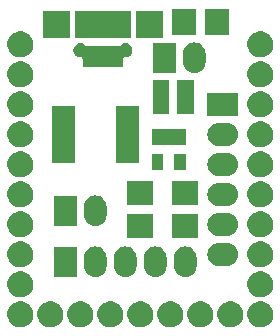
<source format=gbr>
G04 #@! TF.FileFunction,Soldermask,Top*
%FSLAX46Y46*%
G04 Gerber Fmt 4.6, Leading zero omitted, Abs format (unit mm)*
G04 Created by KiCad (PCBNEW 0.201512051503+6347~38~ubuntu14.04.1-stable) date Sun 13 Dec 2015 13:51:11 CET*
%MOMM*%
G01*
G04 APERTURE LIST*
%ADD10C,0.100000*%
G04 APERTURE END LIST*
D10*
G36*
X138545538Y-114470726D02*
X138756852Y-114514103D01*
X138955721Y-114597699D01*
X139134563Y-114718330D01*
X139286569Y-114871401D01*
X139405948Y-115051080D01*
X139488153Y-115250525D01*
X139529848Y-115461101D01*
X139529848Y-115461132D01*
X139530047Y-115462139D01*
X139526606Y-115708534D01*
X139526380Y-115709531D01*
X139526379Y-115709567D01*
X139478821Y-115918891D01*
X139391077Y-116115969D01*
X139266728Y-116292245D01*
X139110506Y-116441012D01*
X138928369Y-116556600D01*
X138727243Y-116634611D01*
X138514800Y-116672071D01*
X138299126Y-116667553D01*
X138088434Y-116621230D01*
X137890758Y-116534867D01*
X137713613Y-116411749D01*
X137563760Y-116256571D01*
X137446902Y-116075243D01*
X137367491Y-115874673D01*
X137328547Y-115662488D01*
X137331560Y-115446792D01*
X137376412Y-115235780D01*
X137461392Y-115037505D01*
X137583269Y-114859508D01*
X137737396Y-114708576D01*
X137917904Y-114590455D01*
X138117922Y-114509643D01*
X138329823Y-114469220D01*
X138545538Y-114470726D01*
X138545538Y-114470726D01*
G37*
G36*
X141085538Y-114470726D02*
X141296852Y-114514103D01*
X141495721Y-114597699D01*
X141674563Y-114718330D01*
X141826569Y-114871401D01*
X141945948Y-115051080D01*
X142028153Y-115250525D01*
X142069848Y-115461101D01*
X142069848Y-115461132D01*
X142070047Y-115462139D01*
X142066606Y-115708534D01*
X142066380Y-115709531D01*
X142066379Y-115709567D01*
X142018821Y-115918891D01*
X141931077Y-116115969D01*
X141806728Y-116292245D01*
X141650506Y-116441012D01*
X141468369Y-116556600D01*
X141267243Y-116634611D01*
X141054800Y-116672071D01*
X140839126Y-116667553D01*
X140628434Y-116621230D01*
X140430758Y-116534867D01*
X140253613Y-116411749D01*
X140103760Y-116256571D01*
X139986902Y-116075243D01*
X139907491Y-115874673D01*
X139868547Y-115662488D01*
X139871560Y-115446792D01*
X139916412Y-115235780D01*
X140001392Y-115037505D01*
X140123269Y-114859508D01*
X140277396Y-114708576D01*
X140457904Y-114590455D01*
X140657922Y-114509643D01*
X140869823Y-114469220D01*
X141085538Y-114470726D01*
X141085538Y-114470726D01*
G37*
G36*
X143625538Y-114470726D02*
X143836852Y-114514103D01*
X144035721Y-114597699D01*
X144214563Y-114718330D01*
X144366569Y-114871401D01*
X144485948Y-115051080D01*
X144568153Y-115250525D01*
X144609848Y-115461101D01*
X144609848Y-115461132D01*
X144610047Y-115462139D01*
X144606606Y-115708534D01*
X144606380Y-115709531D01*
X144606379Y-115709567D01*
X144558821Y-115918891D01*
X144471077Y-116115969D01*
X144346728Y-116292245D01*
X144190506Y-116441012D01*
X144008369Y-116556600D01*
X143807243Y-116634611D01*
X143594800Y-116672071D01*
X143379126Y-116667553D01*
X143168434Y-116621230D01*
X142970758Y-116534867D01*
X142793613Y-116411749D01*
X142643760Y-116256571D01*
X142526902Y-116075243D01*
X142447491Y-115874673D01*
X142408547Y-115662488D01*
X142411560Y-115446792D01*
X142456412Y-115235780D01*
X142541392Y-115037505D01*
X142663269Y-114859508D01*
X142817396Y-114708576D01*
X142997904Y-114590455D01*
X143197922Y-114509643D01*
X143409823Y-114469220D01*
X143625538Y-114470726D01*
X143625538Y-114470726D01*
G37*
G36*
X146165538Y-114470726D02*
X146376852Y-114514103D01*
X146575721Y-114597699D01*
X146754563Y-114718330D01*
X146906569Y-114871401D01*
X147025948Y-115051080D01*
X147108153Y-115250525D01*
X147149848Y-115461101D01*
X147149848Y-115461132D01*
X147150047Y-115462139D01*
X147146606Y-115708534D01*
X147146380Y-115709531D01*
X147146379Y-115709567D01*
X147098821Y-115918891D01*
X147011077Y-116115969D01*
X146886728Y-116292245D01*
X146730506Y-116441012D01*
X146548369Y-116556600D01*
X146347243Y-116634611D01*
X146134800Y-116672071D01*
X145919126Y-116667553D01*
X145708434Y-116621230D01*
X145510758Y-116534867D01*
X145333613Y-116411749D01*
X145183760Y-116256571D01*
X145066902Y-116075243D01*
X144987491Y-115874673D01*
X144948547Y-115662488D01*
X144951560Y-115446792D01*
X144996412Y-115235780D01*
X145081392Y-115037505D01*
X145203269Y-114859508D01*
X145357396Y-114708576D01*
X145537904Y-114590455D01*
X145737922Y-114509643D01*
X145949823Y-114469220D01*
X146165538Y-114470726D01*
X146165538Y-114470726D01*
G37*
G36*
X148705538Y-114470726D02*
X148916852Y-114514103D01*
X149115721Y-114597699D01*
X149294563Y-114718330D01*
X149446569Y-114871401D01*
X149565948Y-115051080D01*
X149648153Y-115250525D01*
X149689848Y-115461101D01*
X149689848Y-115461132D01*
X149690047Y-115462139D01*
X149686606Y-115708534D01*
X149686380Y-115709531D01*
X149686379Y-115709567D01*
X149638821Y-115918891D01*
X149551077Y-116115969D01*
X149426728Y-116292245D01*
X149270506Y-116441012D01*
X149088369Y-116556600D01*
X148887243Y-116634611D01*
X148674800Y-116672071D01*
X148459126Y-116667553D01*
X148248434Y-116621230D01*
X148050758Y-116534867D01*
X147873613Y-116411749D01*
X147723760Y-116256571D01*
X147606902Y-116075243D01*
X147527491Y-115874673D01*
X147488547Y-115662488D01*
X147491560Y-115446792D01*
X147536412Y-115235780D01*
X147621392Y-115037505D01*
X147743269Y-114859508D01*
X147897396Y-114708576D01*
X148077904Y-114590455D01*
X148277922Y-114509643D01*
X148489823Y-114469220D01*
X148705538Y-114470726D01*
X148705538Y-114470726D01*
G37*
G36*
X153785538Y-114470726D02*
X153996852Y-114514103D01*
X154195721Y-114597699D01*
X154374563Y-114718330D01*
X154526569Y-114871401D01*
X154645948Y-115051080D01*
X154728153Y-115250525D01*
X154769848Y-115461101D01*
X154769848Y-115461132D01*
X154770047Y-115462139D01*
X154766606Y-115708534D01*
X154766380Y-115709531D01*
X154766379Y-115709567D01*
X154718821Y-115918891D01*
X154631077Y-116115969D01*
X154506728Y-116292245D01*
X154350506Y-116441012D01*
X154168369Y-116556600D01*
X153967243Y-116634611D01*
X153754800Y-116672071D01*
X153539126Y-116667553D01*
X153328434Y-116621230D01*
X153130758Y-116534867D01*
X152953613Y-116411749D01*
X152803760Y-116256571D01*
X152686902Y-116075243D01*
X152607491Y-115874673D01*
X152568547Y-115662488D01*
X152571560Y-115446792D01*
X152616412Y-115235780D01*
X152701392Y-115037505D01*
X152823269Y-114859508D01*
X152977396Y-114708576D01*
X153157904Y-114590455D01*
X153357922Y-114509643D01*
X153569823Y-114469220D01*
X153785538Y-114470726D01*
X153785538Y-114470726D01*
G37*
G36*
X156325538Y-114470726D02*
X156536852Y-114514103D01*
X156735721Y-114597699D01*
X156914563Y-114718330D01*
X157066569Y-114871401D01*
X157185948Y-115051080D01*
X157268153Y-115250525D01*
X157309848Y-115461101D01*
X157309848Y-115461132D01*
X157310047Y-115462139D01*
X157306606Y-115708534D01*
X157306380Y-115709531D01*
X157306379Y-115709567D01*
X157258821Y-115918891D01*
X157171077Y-116115969D01*
X157046728Y-116292245D01*
X156890506Y-116441012D01*
X156708369Y-116556600D01*
X156507243Y-116634611D01*
X156294800Y-116672071D01*
X156079126Y-116667553D01*
X155868434Y-116621230D01*
X155670758Y-116534867D01*
X155493613Y-116411749D01*
X155343760Y-116256571D01*
X155226902Y-116075243D01*
X155147491Y-115874673D01*
X155108547Y-115662488D01*
X155111560Y-115446792D01*
X155156412Y-115235780D01*
X155241392Y-115037505D01*
X155363269Y-114859508D01*
X155517396Y-114708576D01*
X155697904Y-114590455D01*
X155897922Y-114509643D01*
X156109823Y-114469220D01*
X156325538Y-114470726D01*
X156325538Y-114470726D01*
G37*
G36*
X158865538Y-114470726D02*
X159076852Y-114514103D01*
X159275721Y-114597699D01*
X159454563Y-114718330D01*
X159606569Y-114871401D01*
X159725948Y-115051080D01*
X159808153Y-115250525D01*
X159849848Y-115461101D01*
X159849848Y-115461132D01*
X159850047Y-115462139D01*
X159846606Y-115708534D01*
X159846380Y-115709531D01*
X159846379Y-115709567D01*
X159798821Y-115918891D01*
X159711077Y-116115969D01*
X159586728Y-116292245D01*
X159430506Y-116441012D01*
X159248369Y-116556600D01*
X159047243Y-116634611D01*
X158834800Y-116672071D01*
X158619126Y-116667553D01*
X158408434Y-116621230D01*
X158210758Y-116534867D01*
X158033613Y-116411749D01*
X157883760Y-116256571D01*
X157766902Y-116075243D01*
X157687491Y-115874673D01*
X157648547Y-115662488D01*
X157651560Y-115446792D01*
X157696412Y-115235780D01*
X157781392Y-115037505D01*
X157903269Y-114859508D01*
X158057396Y-114708576D01*
X158237904Y-114590455D01*
X158437922Y-114509643D01*
X158649823Y-114469220D01*
X158865538Y-114470726D01*
X158865538Y-114470726D01*
G37*
G36*
X151245538Y-114470726D02*
X151456852Y-114514103D01*
X151655721Y-114597699D01*
X151834563Y-114718330D01*
X151986569Y-114871401D01*
X152105948Y-115051080D01*
X152188153Y-115250525D01*
X152229848Y-115461101D01*
X152229848Y-115461132D01*
X152230047Y-115462139D01*
X152226606Y-115708534D01*
X152226380Y-115709531D01*
X152226379Y-115709567D01*
X152178821Y-115918891D01*
X152091077Y-116115969D01*
X151966728Y-116292245D01*
X151810506Y-116441012D01*
X151628369Y-116556600D01*
X151427243Y-116634611D01*
X151214800Y-116672071D01*
X150999126Y-116667553D01*
X150788434Y-116621230D01*
X150590758Y-116534867D01*
X150413613Y-116411749D01*
X150263760Y-116256571D01*
X150146902Y-116075243D01*
X150067491Y-115874673D01*
X150028547Y-115662488D01*
X150031560Y-115446792D01*
X150076412Y-115235780D01*
X150161392Y-115037505D01*
X150283269Y-114859508D01*
X150437396Y-114708576D01*
X150617904Y-114590455D01*
X150817922Y-114509643D01*
X151029823Y-114469220D01*
X151245538Y-114470726D01*
X151245538Y-114470726D01*
G37*
G36*
X158865538Y-111930726D02*
X159076852Y-111974103D01*
X159275721Y-112057699D01*
X159454563Y-112178330D01*
X159606569Y-112331401D01*
X159725948Y-112511080D01*
X159808153Y-112710525D01*
X159849848Y-112921101D01*
X159849848Y-112921132D01*
X159850047Y-112922139D01*
X159846606Y-113168534D01*
X159846380Y-113169531D01*
X159846379Y-113169567D01*
X159798821Y-113378891D01*
X159711077Y-113575969D01*
X159586728Y-113752245D01*
X159430506Y-113901012D01*
X159248369Y-114016600D01*
X159047243Y-114094611D01*
X158834800Y-114132071D01*
X158619126Y-114127553D01*
X158408434Y-114081230D01*
X158210758Y-113994867D01*
X158033613Y-113871749D01*
X157883760Y-113716571D01*
X157766902Y-113535243D01*
X157687491Y-113334673D01*
X157648547Y-113122488D01*
X157651560Y-112906792D01*
X157696412Y-112695780D01*
X157781392Y-112497505D01*
X157903269Y-112319508D01*
X158057396Y-112168576D01*
X158237904Y-112050455D01*
X158437922Y-111969643D01*
X158649823Y-111929220D01*
X158865538Y-111930726D01*
X158865538Y-111930726D01*
G37*
G36*
X138545538Y-111930726D02*
X138756852Y-111974103D01*
X138955721Y-112057699D01*
X139134563Y-112178330D01*
X139286569Y-112331401D01*
X139405948Y-112511080D01*
X139488153Y-112710525D01*
X139529848Y-112921101D01*
X139529848Y-112921132D01*
X139530047Y-112922139D01*
X139526606Y-113168534D01*
X139526380Y-113169531D01*
X139526379Y-113169567D01*
X139478821Y-113378891D01*
X139391077Y-113575969D01*
X139266728Y-113752245D01*
X139110506Y-113901012D01*
X138928369Y-114016600D01*
X138727243Y-114094611D01*
X138514800Y-114132071D01*
X138299126Y-114127553D01*
X138088434Y-114081230D01*
X137890758Y-113994867D01*
X137713613Y-113871749D01*
X137563760Y-113716571D01*
X137446902Y-113535243D01*
X137367491Y-113334673D01*
X137328547Y-113122488D01*
X137331560Y-112906792D01*
X137376412Y-112695780D01*
X137461392Y-112497505D01*
X137583269Y-112319508D01*
X137737396Y-112168576D01*
X137917904Y-112050455D01*
X138117922Y-111969643D01*
X138329823Y-111929220D01*
X138545538Y-111930726D01*
X138545538Y-111930726D01*
G37*
G36*
X152593290Y-109838517D02*
X152593327Y-109838528D01*
X152593437Y-109838540D01*
X152772790Y-109894059D01*
X152937944Y-109983357D01*
X153082607Y-110103033D01*
X153201270Y-110248528D01*
X153289413Y-110414301D01*
X153343679Y-110594038D01*
X153362000Y-110780891D01*
X153362000Y-111469367D01*
X153361951Y-111476452D01*
X153361948Y-111476475D01*
X153361906Y-111482541D01*
X153340978Y-111669120D01*
X153284208Y-111848081D01*
X153193759Y-112012607D01*
X153073076Y-112156432D01*
X152926756Y-112274076D01*
X152760372Y-112361060D01*
X152580261Y-112414069D01*
X152580162Y-112414078D01*
X152580128Y-112414088D01*
X152393286Y-112431092D01*
X152206710Y-112411483D01*
X152206673Y-112411472D01*
X152206563Y-112411460D01*
X152027210Y-112355941D01*
X151862056Y-112266643D01*
X151717393Y-112146967D01*
X151598730Y-112001472D01*
X151510587Y-111835699D01*
X151456321Y-111655962D01*
X151438000Y-111469109D01*
X151438000Y-110780633D01*
X151438049Y-110773548D01*
X151438052Y-110773525D01*
X151438094Y-110767459D01*
X151459022Y-110580880D01*
X151515792Y-110401919D01*
X151606241Y-110237393D01*
X151726924Y-110093568D01*
X151873244Y-109975924D01*
X152039628Y-109888940D01*
X152219739Y-109835931D01*
X152219838Y-109835922D01*
X152219872Y-109835912D01*
X152406714Y-109818908D01*
X152593290Y-109838517D01*
X152593290Y-109838517D01*
G37*
G36*
X150053290Y-109838517D02*
X150053327Y-109838528D01*
X150053437Y-109838540D01*
X150232790Y-109894059D01*
X150397944Y-109983357D01*
X150542607Y-110103033D01*
X150661270Y-110248528D01*
X150749413Y-110414301D01*
X150803679Y-110594038D01*
X150822000Y-110780891D01*
X150822000Y-111469367D01*
X150821951Y-111476452D01*
X150821948Y-111476475D01*
X150821906Y-111482541D01*
X150800978Y-111669120D01*
X150744208Y-111848081D01*
X150653759Y-112012607D01*
X150533076Y-112156432D01*
X150386756Y-112274076D01*
X150220372Y-112361060D01*
X150040261Y-112414069D01*
X150040162Y-112414078D01*
X150040128Y-112414088D01*
X149853286Y-112431092D01*
X149666710Y-112411483D01*
X149666673Y-112411472D01*
X149666563Y-112411460D01*
X149487210Y-112355941D01*
X149322056Y-112266643D01*
X149177393Y-112146967D01*
X149058730Y-112001472D01*
X148970587Y-111835699D01*
X148916321Y-111655962D01*
X148898000Y-111469109D01*
X148898000Y-110780633D01*
X148898049Y-110773548D01*
X148898052Y-110773525D01*
X148898094Y-110767459D01*
X148919022Y-110580880D01*
X148975792Y-110401919D01*
X149066241Y-110237393D01*
X149186924Y-110093568D01*
X149333244Y-109975924D01*
X149499628Y-109888940D01*
X149679739Y-109835931D01*
X149679838Y-109835922D01*
X149679872Y-109835912D01*
X149866714Y-109818908D01*
X150053290Y-109838517D01*
X150053290Y-109838517D01*
G37*
G36*
X147513290Y-109838517D02*
X147513327Y-109838528D01*
X147513437Y-109838540D01*
X147692790Y-109894059D01*
X147857944Y-109983357D01*
X148002607Y-110103033D01*
X148121270Y-110248528D01*
X148209413Y-110414301D01*
X148263679Y-110594038D01*
X148282000Y-110780891D01*
X148282000Y-111469367D01*
X148281951Y-111476452D01*
X148281948Y-111476475D01*
X148281906Y-111482541D01*
X148260978Y-111669120D01*
X148204208Y-111848081D01*
X148113759Y-112012607D01*
X147993076Y-112156432D01*
X147846756Y-112274076D01*
X147680372Y-112361060D01*
X147500261Y-112414069D01*
X147500162Y-112414078D01*
X147500128Y-112414088D01*
X147313286Y-112431092D01*
X147126710Y-112411483D01*
X147126673Y-112411472D01*
X147126563Y-112411460D01*
X146947210Y-112355941D01*
X146782056Y-112266643D01*
X146637393Y-112146967D01*
X146518730Y-112001472D01*
X146430587Y-111835699D01*
X146376321Y-111655962D01*
X146358000Y-111469109D01*
X146358000Y-110780633D01*
X146358049Y-110773548D01*
X146358052Y-110773525D01*
X146358094Y-110767459D01*
X146379022Y-110580880D01*
X146435792Y-110401919D01*
X146526241Y-110237393D01*
X146646924Y-110093568D01*
X146793244Y-109975924D01*
X146959628Y-109888940D01*
X147139739Y-109835931D01*
X147139838Y-109835922D01*
X147139872Y-109835912D01*
X147326714Y-109818908D01*
X147513290Y-109838517D01*
X147513290Y-109838517D01*
G37*
G36*
X144973290Y-109838517D02*
X144973327Y-109838528D01*
X144973437Y-109838540D01*
X145152790Y-109894059D01*
X145317944Y-109983357D01*
X145462607Y-110103033D01*
X145581270Y-110248528D01*
X145669413Y-110414301D01*
X145723679Y-110594038D01*
X145742000Y-110780891D01*
X145742000Y-111469367D01*
X145741951Y-111476452D01*
X145741948Y-111476475D01*
X145741906Y-111482541D01*
X145720978Y-111669120D01*
X145664208Y-111848081D01*
X145573759Y-112012607D01*
X145453076Y-112156432D01*
X145306756Y-112274076D01*
X145140372Y-112361060D01*
X144960261Y-112414069D01*
X144960162Y-112414078D01*
X144960128Y-112414088D01*
X144773286Y-112431092D01*
X144586710Y-112411483D01*
X144586673Y-112411472D01*
X144586563Y-112411460D01*
X144407210Y-112355941D01*
X144242056Y-112266643D01*
X144097393Y-112146967D01*
X143978730Y-112001472D01*
X143890587Y-111835699D01*
X143836321Y-111655962D01*
X143818000Y-111469109D01*
X143818000Y-110780633D01*
X143818049Y-110773548D01*
X143818052Y-110773525D01*
X143818094Y-110767459D01*
X143839022Y-110580880D01*
X143895792Y-110401919D01*
X143986241Y-110237393D01*
X144106924Y-110093568D01*
X144253244Y-109975924D01*
X144419628Y-109888940D01*
X144599739Y-109835931D01*
X144599838Y-109835922D01*
X144599872Y-109835912D01*
X144786714Y-109818908D01*
X144973290Y-109838517D01*
X144973290Y-109838517D01*
G37*
G36*
X143202000Y-112424820D02*
X141278000Y-112424820D01*
X141278000Y-109825180D01*
X143202000Y-109825180D01*
X143202000Y-112424820D01*
X143202000Y-112424820D01*
G37*
G36*
X158865538Y-109390726D02*
X159076852Y-109434103D01*
X159275721Y-109517699D01*
X159454563Y-109638330D01*
X159606569Y-109791401D01*
X159725948Y-109971080D01*
X159808153Y-110170525D01*
X159849848Y-110381101D01*
X159849848Y-110381132D01*
X159850047Y-110382139D01*
X159846606Y-110628534D01*
X159846380Y-110629531D01*
X159846379Y-110629567D01*
X159798821Y-110838891D01*
X159711077Y-111035969D01*
X159586728Y-111212245D01*
X159430506Y-111361012D01*
X159248369Y-111476600D01*
X159047243Y-111554611D01*
X158834800Y-111592071D01*
X158619126Y-111587553D01*
X158408434Y-111541230D01*
X158210758Y-111454867D01*
X158033613Y-111331749D01*
X157883760Y-111176571D01*
X157766902Y-110995243D01*
X157687491Y-110794673D01*
X157648547Y-110582488D01*
X157651560Y-110366792D01*
X157696412Y-110155780D01*
X157781392Y-109957505D01*
X157903269Y-109779508D01*
X158057396Y-109628576D01*
X158237904Y-109510455D01*
X158437922Y-109429643D01*
X158649823Y-109389220D01*
X158865538Y-109390726D01*
X158865538Y-109390726D01*
G37*
G36*
X138545538Y-109390726D02*
X138756852Y-109434103D01*
X138955721Y-109517699D01*
X139134563Y-109638330D01*
X139286569Y-109791401D01*
X139405948Y-109971080D01*
X139488153Y-110170525D01*
X139529848Y-110381101D01*
X139529848Y-110381132D01*
X139530047Y-110382139D01*
X139526606Y-110628534D01*
X139526380Y-110629531D01*
X139526379Y-110629567D01*
X139478821Y-110838891D01*
X139391077Y-111035969D01*
X139266728Y-111212245D01*
X139110506Y-111361012D01*
X138928369Y-111476600D01*
X138727243Y-111554611D01*
X138514800Y-111592071D01*
X138299126Y-111587553D01*
X138088434Y-111541230D01*
X137890758Y-111454867D01*
X137713613Y-111331749D01*
X137563760Y-111176571D01*
X137446902Y-110995243D01*
X137367491Y-110794673D01*
X137328547Y-110582488D01*
X137331560Y-110366792D01*
X137376412Y-110155780D01*
X137461392Y-109957505D01*
X137583269Y-109779508D01*
X137737396Y-109628576D01*
X137917904Y-109510455D01*
X138117922Y-109429643D01*
X138329823Y-109389220D01*
X138545538Y-109390726D01*
X138545538Y-109390726D01*
G37*
G36*
X155926452Y-109528049D02*
X155926475Y-109528052D01*
X155932541Y-109528094D01*
X156119120Y-109549022D01*
X156298081Y-109605792D01*
X156462607Y-109696241D01*
X156606432Y-109816924D01*
X156724076Y-109963244D01*
X156811060Y-110129628D01*
X156864069Y-110309739D01*
X156864078Y-110309838D01*
X156864088Y-110309872D01*
X156881092Y-110496714D01*
X156861483Y-110683290D01*
X156861472Y-110683327D01*
X156861460Y-110683437D01*
X156805941Y-110862790D01*
X156716643Y-111027944D01*
X156596967Y-111172607D01*
X156451472Y-111291270D01*
X156285699Y-111379413D01*
X156105962Y-111433679D01*
X155919109Y-111452000D01*
X155230633Y-111452000D01*
X155223548Y-111451951D01*
X155223525Y-111451948D01*
X155217459Y-111451906D01*
X155030880Y-111430978D01*
X154851919Y-111374208D01*
X154687393Y-111283759D01*
X154543568Y-111163076D01*
X154425924Y-111016756D01*
X154338940Y-110850372D01*
X154285931Y-110670261D01*
X154285922Y-110670162D01*
X154285912Y-110670128D01*
X154268908Y-110483286D01*
X154288517Y-110296710D01*
X154288528Y-110296673D01*
X154288540Y-110296563D01*
X154344059Y-110117210D01*
X154433357Y-109952056D01*
X154553033Y-109807393D01*
X154698528Y-109688730D01*
X154864301Y-109600587D01*
X155044038Y-109546321D01*
X155230891Y-109528000D01*
X155919367Y-109528000D01*
X155926452Y-109528049D01*
X155926452Y-109528049D01*
G37*
G36*
X153501700Y-109077100D02*
X151298300Y-109077100D01*
X151298300Y-107076900D01*
X153501700Y-107076900D01*
X153501700Y-109077100D01*
X153501700Y-109077100D01*
G37*
G36*
X149691700Y-109077100D02*
X147488300Y-109077100D01*
X147488300Y-107076900D01*
X149691700Y-107076900D01*
X149691700Y-109077100D01*
X149691700Y-109077100D01*
G37*
G36*
X158865538Y-106850726D02*
X159076852Y-106894103D01*
X159275721Y-106977699D01*
X159454563Y-107098330D01*
X159606569Y-107251401D01*
X159725948Y-107431080D01*
X159808153Y-107630525D01*
X159849848Y-107841101D01*
X159849848Y-107841132D01*
X159850047Y-107842139D01*
X159846606Y-108088534D01*
X159846380Y-108089531D01*
X159846379Y-108089567D01*
X159798821Y-108298891D01*
X159711077Y-108495969D01*
X159586728Y-108672245D01*
X159430506Y-108821012D01*
X159248369Y-108936600D01*
X159047243Y-109014611D01*
X158834800Y-109052071D01*
X158619126Y-109047553D01*
X158408434Y-109001230D01*
X158210758Y-108914867D01*
X158033613Y-108791749D01*
X157883760Y-108636571D01*
X157766902Y-108455243D01*
X157687491Y-108254673D01*
X157648547Y-108042488D01*
X157651560Y-107826792D01*
X157696412Y-107615780D01*
X157781392Y-107417505D01*
X157903269Y-107239508D01*
X158057396Y-107088576D01*
X158237904Y-106970455D01*
X158437922Y-106889643D01*
X158649823Y-106849220D01*
X158865538Y-106850726D01*
X158865538Y-106850726D01*
G37*
G36*
X138545538Y-106850726D02*
X138756852Y-106894103D01*
X138955721Y-106977699D01*
X139134563Y-107098330D01*
X139286569Y-107251401D01*
X139405948Y-107431080D01*
X139488153Y-107630525D01*
X139529848Y-107841101D01*
X139529848Y-107841132D01*
X139530047Y-107842139D01*
X139526606Y-108088534D01*
X139526380Y-108089531D01*
X139526379Y-108089567D01*
X139478821Y-108298891D01*
X139391077Y-108495969D01*
X139266728Y-108672245D01*
X139110506Y-108821012D01*
X138928369Y-108936600D01*
X138727243Y-109014611D01*
X138514800Y-109052071D01*
X138299126Y-109047553D01*
X138088434Y-109001230D01*
X137890758Y-108914867D01*
X137713613Y-108791749D01*
X137563760Y-108636571D01*
X137446902Y-108455243D01*
X137367491Y-108254673D01*
X137328547Y-108042488D01*
X137331560Y-107826792D01*
X137376412Y-107615780D01*
X137461392Y-107417505D01*
X137583269Y-107239508D01*
X137737396Y-107088576D01*
X137917904Y-106970455D01*
X138117922Y-106889643D01*
X138329823Y-106849220D01*
X138545538Y-106850726D01*
X138545538Y-106850726D01*
G37*
G36*
X155926452Y-106988049D02*
X155926475Y-106988052D01*
X155932541Y-106988094D01*
X156119120Y-107009022D01*
X156298081Y-107065792D01*
X156462607Y-107156241D01*
X156606432Y-107276924D01*
X156724076Y-107423244D01*
X156811060Y-107589628D01*
X156864069Y-107769739D01*
X156864078Y-107769838D01*
X156864088Y-107769872D01*
X156881092Y-107956714D01*
X156861483Y-108143290D01*
X156861472Y-108143327D01*
X156861460Y-108143437D01*
X156805941Y-108322790D01*
X156716643Y-108487944D01*
X156596967Y-108632607D01*
X156451472Y-108751270D01*
X156285699Y-108839413D01*
X156105962Y-108893679D01*
X155919109Y-108912000D01*
X155230633Y-108912000D01*
X155223548Y-108911951D01*
X155223525Y-108911948D01*
X155217459Y-108911906D01*
X155030880Y-108890978D01*
X154851919Y-108834208D01*
X154687393Y-108743759D01*
X154543568Y-108623076D01*
X154425924Y-108476756D01*
X154338940Y-108310372D01*
X154285931Y-108130261D01*
X154285922Y-108130162D01*
X154285912Y-108130128D01*
X154268908Y-107943286D01*
X154288517Y-107756710D01*
X154288528Y-107756673D01*
X154288540Y-107756563D01*
X154344059Y-107577210D01*
X154433357Y-107412056D01*
X154553033Y-107267393D01*
X154698528Y-107148730D01*
X154864301Y-107060587D01*
X155044038Y-107006321D01*
X155230891Y-106988000D01*
X155919367Y-106988000D01*
X155926452Y-106988049D01*
X155926452Y-106988049D01*
G37*
G36*
X144973290Y-105520517D02*
X144973327Y-105520528D01*
X144973437Y-105520540D01*
X145152790Y-105576059D01*
X145317944Y-105665357D01*
X145462607Y-105785033D01*
X145581270Y-105930528D01*
X145669413Y-106096301D01*
X145723679Y-106276038D01*
X145742000Y-106462891D01*
X145742000Y-107151367D01*
X145741951Y-107158452D01*
X145741948Y-107158475D01*
X145741906Y-107164541D01*
X145720978Y-107351120D01*
X145664208Y-107530081D01*
X145573759Y-107694607D01*
X145453076Y-107838432D01*
X145306756Y-107956076D01*
X145140372Y-108043060D01*
X144960261Y-108096069D01*
X144960162Y-108096078D01*
X144960128Y-108096088D01*
X144773286Y-108113092D01*
X144586710Y-108093483D01*
X144586673Y-108093472D01*
X144586563Y-108093460D01*
X144407210Y-108037941D01*
X144242056Y-107948643D01*
X144097393Y-107828967D01*
X143978730Y-107683472D01*
X143890587Y-107517699D01*
X143836321Y-107337962D01*
X143818000Y-107151109D01*
X143818000Y-106462633D01*
X143818049Y-106455548D01*
X143818052Y-106455525D01*
X143818094Y-106449459D01*
X143839022Y-106262880D01*
X143895792Y-106083919D01*
X143986241Y-105919393D01*
X144106924Y-105775568D01*
X144253244Y-105657924D01*
X144419628Y-105570940D01*
X144599739Y-105517931D01*
X144599838Y-105517922D01*
X144599872Y-105517912D01*
X144786714Y-105500908D01*
X144973290Y-105520517D01*
X144973290Y-105520517D01*
G37*
G36*
X143202000Y-108106820D02*
X141278000Y-108106820D01*
X141278000Y-105507180D01*
X143202000Y-105507180D01*
X143202000Y-108106820D01*
X143202000Y-108106820D01*
G37*
G36*
X138545538Y-104310726D02*
X138756852Y-104354103D01*
X138955721Y-104437699D01*
X139134563Y-104558330D01*
X139286569Y-104711401D01*
X139405948Y-104891080D01*
X139488153Y-105090525D01*
X139529848Y-105301101D01*
X139529848Y-105301132D01*
X139530047Y-105302139D01*
X139526606Y-105548534D01*
X139526380Y-105549531D01*
X139526379Y-105549567D01*
X139478821Y-105758891D01*
X139391077Y-105955969D01*
X139266728Y-106132245D01*
X139110506Y-106281012D01*
X138928369Y-106396600D01*
X138727243Y-106474611D01*
X138514800Y-106512071D01*
X138299126Y-106507553D01*
X138088434Y-106461230D01*
X137890758Y-106374867D01*
X137713613Y-106251749D01*
X137563760Y-106096571D01*
X137446902Y-105915243D01*
X137367491Y-105714673D01*
X137328547Y-105502488D01*
X137331560Y-105286792D01*
X137376412Y-105075780D01*
X137461392Y-104877505D01*
X137583269Y-104699508D01*
X137737396Y-104548576D01*
X137917904Y-104430455D01*
X138117922Y-104349643D01*
X138329823Y-104309220D01*
X138545538Y-104310726D01*
X138545538Y-104310726D01*
G37*
G36*
X158865538Y-104310726D02*
X159076852Y-104354103D01*
X159275721Y-104437699D01*
X159454563Y-104558330D01*
X159606569Y-104711401D01*
X159725948Y-104891080D01*
X159808153Y-105090525D01*
X159849848Y-105301101D01*
X159849848Y-105301132D01*
X159850047Y-105302139D01*
X159846606Y-105548534D01*
X159846380Y-105549531D01*
X159846379Y-105549567D01*
X159798821Y-105758891D01*
X159711077Y-105955969D01*
X159586728Y-106132245D01*
X159430506Y-106281012D01*
X159248369Y-106396600D01*
X159047243Y-106474611D01*
X158834800Y-106512071D01*
X158619126Y-106507553D01*
X158408434Y-106461230D01*
X158210758Y-106374867D01*
X158033613Y-106251749D01*
X157883760Y-106096571D01*
X157766902Y-105915243D01*
X157687491Y-105714673D01*
X157648547Y-105502488D01*
X157651560Y-105286792D01*
X157696412Y-105075780D01*
X157781392Y-104877505D01*
X157903269Y-104699508D01*
X158057396Y-104548576D01*
X158237904Y-104430455D01*
X158437922Y-104349643D01*
X158649823Y-104309220D01*
X158865538Y-104310726D01*
X158865538Y-104310726D01*
G37*
G36*
X155926452Y-104448049D02*
X155926475Y-104448052D01*
X155932541Y-104448094D01*
X156119120Y-104469022D01*
X156298081Y-104525792D01*
X156462607Y-104616241D01*
X156606432Y-104736924D01*
X156724076Y-104883244D01*
X156811060Y-105049628D01*
X156864069Y-105229739D01*
X156864078Y-105229838D01*
X156864088Y-105229872D01*
X156881092Y-105416714D01*
X156861483Y-105603290D01*
X156861472Y-105603327D01*
X156861460Y-105603437D01*
X156805941Y-105782790D01*
X156716643Y-105947944D01*
X156596967Y-106092607D01*
X156451472Y-106211270D01*
X156285699Y-106299413D01*
X156105962Y-106353679D01*
X155919109Y-106372000D01*
X155230633Y-106372000D01*
X155223548Y-106371951D01*
X155223525Y-106371948D01*
X155217459Y-106371906D01*
X155030880Y-106350978D01*
X154851919Y-106294208D01*
X154687393Y-106203759D01*
X154543568Y-106083076D01*
X154425924Y-105936756D01*
X154338940Y-105770372D01*
X154285931Y-105590261D01*
X154285922Y-105590162D01*
X154285912Y-105590128D01*
X154268908Y-105403286D01*
X154288517Y-105216710D01*
X154288528Y-105216673D01*
X154288540Y-105216563D01*
X154344059Y-105037210D01*
X154433357Y-104872056D01*
X154553033Y-104727393D01*
X154698528Y-104608730D01*
X154864301Y-104520587D01*
X155044038Y-104466321D01*
X155230891Y-104448000D01*
X155919367Y-104448000D01*
X155926452Y-104448049D01*
X155926452Y-104448049D01*
G37*
G36*
X149691700Y-106283100D02*
X147488300Y-106283100D01*
X147488300Y-104282900D01*
X149691700Y-104282900D01*
X149691700Y-106283100D01*
X149691700Y-106283100D01*
G37*
G36*
X153501700Y-106283100D02*
X151298300Y-106283100D01*
X151298300Y-104282900D01*
X153501700Y-104282900D01*
X153501700Y-106283100D01*
X153501700Y-106283100D01*
G37*
G36*
X158865538Y-101770726D02*
X159076852Y-101814103D01*
X159275721Y-101897699D01*
X159454563Y-102018330D01*
X159606569Y-102171401D01*
X159725948Y-102351080D01*
X159808153Y-102550525D01*
X159849848Y-102761101D01*
X159849848Y-102761132D01*
X159850047Y-102762139D01*
X159846606Y-103008534D01*
X159846380Y-103009531D01*
X159846379Y-103009567D01*
X159798821Y-103218891D01*
X159711077Y-103415969D01*
X159586728Y-103592245D01*
X159430506Y-103741012D01*
X159248369Y-103856600D01*
X159047243Y-103934611D01*
X158834800Y-103972071D01*
X158619126Y-103967553D01*
X158408434Y-103921230D01*
X158210758Y-103834867D01*
X158033613Y-103711749D01*
X157883760Y-103556571D01*
X157766902Y-103375243D01*
X157687491Y-103174673D01*
X157648547Y-102962488D01*
X157651560Y-102746792D01*
X157696412Y-102535780D01*
X157781392Y-102337505D01*
X157903269Y-102159508D01*
X158057396Y-102008576D01*
X158237904Y-101890455D01*
X158437922Y-101809643D01*
X158649823Y-101769220D01*
X158865538Y-101770726D01*
X158865538Y-101770726D01*
G37*
G36*
X138545538Y-101770726D02*
X138756852Y-101814103D01*
X138955721Y-101897699D01*
X139134563Y-102018330D01*
X139286569Y-102171401D01*
X139405948Y-102351080D01*
X139488153Y-102550525D01*
X139529848Y-102761101D01*
X139529848Y-102761132D01*
X139530047Y-102762139D01*
X139526606Y-103008534D01*
X139526380Y-103009531D01*
X139526379Y-103009567D01*
X139478821Y-103218891D01*
X139391077Y-103415969D01*
X139266728Y-103592245D01*
X139110506Y-103741012D01*
X138928369Y-103856600D01*
X138727243Y-103934611D01*
X138514800Y-103972071D01*
X138299126Y-103967553D01*
X138088434Y-103921230D01*
X137890758Y-103834867D01*
X137713613Y-103711749D01*
X137563760Y-103556571D01*
X137446902Y-103375243D01*
X137367491Y-103174673D01*
X137328547Y-102962488D01*
X137331560Y-102746792D01*
X137376412Y-102535780D01*
X137461392Y-102337505D01*
X137583269Y-102159508D01*
X137737396Y-102008576D01*
X137917904Y-101890455D01*
X138117922Y-101809643D01*
X138329823Y-101769220D01*
X138545538Y-101770726D01*
X138545538Y-101770726D01*
G37*
G36*
X155926452Y-101908049D02*
X155926475Y-101908052D01*
X155932541Y-101908094D01*
X156119120Y-101929022D01*
X156298081Y-101985792D01*
X156462607Y-102076241D01*
X156606432Y-102196924D01*
X156724076Y-102343244D01*
X156811060Y-102509628D01*
X156864069Y-102689739D01*
X156864078Y-102689838D01*
X156864088Y-102689872D01*
X156881092Y-102876714D01*
X156861483Y-103063290D01*
X156861472Y-103063327D01*
X156861460Y-103063437D01*
X156805941Y-103242790D01*
X156716643Y-103407944D01*
X156596967Y-103552607D01*
X156451472Y-103671270D01*
X156285699Y-103759413D01*
X156105962Y-103813679D01*
X155919109Y-103832000D01*
X155230633Y-103832000D01*
X155223548Y-103831951D01*
X155223525Y-103831948D01*
X155217459Y-103831906D01*
X155030880Y-103810978D01*
X154851919Y-103754208D01*
X154687393Y-103663759D01*
X154543568Y-103543076D01*
X154425924Y-103396756D01*
X154338940Y-103230372D01*
X154285931Y-103050261D01*
X154285922Y-103050162D01*
X154285912Y-103050128D01*
X154268908Y-102863286D01*
X154288517Y-102676710D01*
X154288528Y-102676673D01*
X154288540Y-102676563D01*
X154344059Y-102497210D01*
X154433357Y-102332056D01*
X154553033Y-102187393D01*
X154698528Y-102068730D01*
X154864301Y-101980587D01*
X155044038Y-101926321D01*
X155230891Y-101908000D01*
X155919367Y-101908000D01*
X155926452Y-101908049D01*
X155926452Y-101908049D01*
G37*
G36*
X150550220Y-103357020D02*
X149550780Y-103357020D01*
X149550780Y-101956260D01*
X150550220Y-101956260D01*
X150550220Y-103357020D01*
X150550220Y-103357020D01*
G37*
G36*
X152455220Y-103357020D02*
X151455780Y-103357020D01*
X151455780Y-101956260D01*
X152455220Y-101956260D01*
X152455220Y-103357020D01*
X152455220Y-103357020D01*
G37*
G36*
X148455000Y-102735000D02*
X146505000Y-102735000D01*
X146505000Y-97925000D01*
X148455000Y-97925000D01*
X148455000Y-102735000D01*
X148455000Y-102735000D01*
G37*
G36*
X143055000Y-102735000D02*
X141105000Y-102735000D01*
X141105000Y-97925000D01*
X143055000Y-97925000D01*
X143055000Y-102735000D01*
X143055000Y-102735000D01*
G37*
G36*
X158865538Y-99230726D02*
X159076852Y-99274103D01*
X159275721Y-99357699D01*
X159454563Y-99478330D01*
X159606569Y-99631401D01*
X159725948Y-99811080D01*
X159808153Y-100010525D01*
X159849848Y-100221101D01*
X159849848Y-100221132D01*
X159850047Y-100222139D01*
X159846606Y-100468534D01*
X159846380Y-100469531D01*
X159846379Y-100469567D01*
X159798821Y-100678891D01*
X159711077Y-100875969D01*
X159586728Y-101052245D01*
X159430506Y-101201012D01*
X159248369Y-101316600D01*
X159047243Y-101394611D01*
X158834800Y-101432071D01*
X158619126Y-101427553D01*
X158408434Y-101381230D01*
X158210758Y-101294867D01*
X158033613Y-101171749D01*
X157883760Y-101016571D01*
X157766902Y-100835243D01*
X157687491Y-100634673D01*
X157648547Y-100422488D01*
X157651560Y-100206792D01*
X157696412Y-99995780D01*
X157781392Y-99797505D01*
X157903269Y-99619508D01*
X158057396Y-99468576D01*
X158237904Y-99350455D01*
X158437922Y-99269643D01*
X158649823Y-99229220D01*
X158865538Y-99230726D01*
X158865538Y-99230726D01*
G37*
G36*
X138545538Y-99230726D02*
X138756852Y-99274103D01*
X138955721Y-99357699D01*
X139134563Y-99478330D01*
X139286569Y-99631401D01*
X139405948Y-99811080D01*
X139488153Y-100010525D01*
X139529848Y-100221101D01*
X139529848Y-100221132D01*
X139530047Y-100222139D01*
X139526606Y-100468534D01*
X139526380Y-100469531D01*
X139526379Y-100469567D01*
X139478821Y-100678891D01*
X139391077Y-100875969D01*
X139266728Y-101052245D01*
X139110506Y-101201012D01*
X138928369Y-101316600D01*
X138727243Y-101394611D01*
X138514800Y-101432071D01*
X138299126Y-101427553D01*
X138088434Y-101381230D01*
X137890758Y-101294867D01*
X137713613Y-101171749D01*
X137563760Y-101016571D01*
X137446902Y-100835243D01*
X137367491Y-100634673D01*
X137328547Y-100422488D01*
X137331560Y-100206792D01*
X137376412Y-99995780D01*
X137461392Y-99797505D01*
X137583269Y-99619508D01*
X137737396Y-99468576D01*
X137917904Y-99350455D01*
X138117922Y-99269643D01*
X138329823Y-99229220D01*
X138545538Y-99230726D01*
X138545538Y-99230726D01*
G37*
G36*
X155926452Y-99368049D02*
X155926475Y-99368052D01*
X155932541Y-99368094D01*
X156119120Y-99389022D01*
X156298081Y-99445792D01*
X156462607Y-99536241D01*
X156606432Y-99656924D01*
X156724076Y-99803244D01*
X156811060Y-99969628D01*
X156864069Y-100149739D01*
X156864078Y-100149838D01*
X156864088Y-100149872D01*
X156881092Y-100336714D01*
X156861483Y-100523290D01*
X156861472Y-100523327D01*
X156861460Y-100523437D01*
X156805941Y-100702790D01*
X156716643Y-100867944D01*
X156596967Y-101012607D01*
X156451472Y-101131270D01*
X156285699Y-101219413D01*
X156105962Y-101273679D01*
X155919109Y-101292000D01*
X155230633Y-101292000D01*
X155223548Y-101291951D01*
X155223525Y-101291948D01*
X155217459Y-101291906D01*
X155030880Y-101270978D01*
X154851919Y-101214208D01*
X154687393Y-101123759D01*
X154543568Y-101003076D01*
X154425924Y-100856756D01*
X154338940Y-100690372D01*
X154285931Y-100510261D01*
X154285922Y-100510162D01*
X154285912Y-100510128D01*
X154268908Y-100323286D01*
X154288517Y-100136710D01*
X154288528Y-100136673D01*
X154288540Y-100136563D01*
X154344059Y-99957210D01*
X154433357Y-99792056D01*
X154553033Y-99647393D01*
X154698528Y-99528730D01*
X154864301Y-99440587D01*
X155044038Y-99386321D01*
X155230891Y-99368000D01*
X155919367Y-99368000D01*
X155926452Y-99368049D01*
X155926452Y-99368049D01*
G37*
G36*
X152455220Y-101243740D02*
X149550780Y-101243740D01*
X149550780Y-99842980D01*
X152455220Y-99842980D01*
X152455220Y-101243740D01*
X152455220Y-101243740D01*
G37*
G36*
X138545538Y-96690726D02*
X138756852Y-96734103D01*
X138955721Y-96817699D01*
X139134563Y-96938330D01*
X139286569Y-97091401D01*
X139405948Y-97271080D01*
X139488153Y-97470525D01*
X139529848Y-97681101D01*
X139529848Y-97681132D01*
X139530047Y-97682139D01*
X139526606Y-97928534D01*
X139526380Y-97929531D01*
X139526379Y-97929567D01*
X139478821Y-98138891D01*
X139391077Y-98335969D01*
X139266728Y-98512245D01*
X139110506Y-98661012D01*
X138928369Y-98776600D01*
X138727243Y-98854611D01*
X138514800Y-98892071D01*
X138299126Y-98887553D01*
X138088434Y-98841230D01*
X137890758Y-98754867D01*
X137713613Y-98631749D01*
X137563760Y-98476571D01*
X137446902Y-98295243D01*
X137367491Y-98094673D01*
X137328547Y-97882488D01*
X137331560Y-97666792D01*
X137376412Y-97455780D01*
X137461392Y-97257505D01*
X137583269Y-97079508D01*
X137737396Y-96928576D01*
X137917904Y-96810455D01*
X138117922Y-96729643D01*
X138329823Y-96689220D01*
X138545538Y-96690726D01*
X138545538Y-96690726D01*
G37*
G36*
X158865538Y-96690726D02*
X159076852Y-96734103D01*
X159275721Y-96817699D01*
X159454563Y-96938330D01*
X159606569Y-97091401D01*
X159725948Y-97271080D01*
X159808153Y-97470525D01*
X159849848Y-97681101D01*
X159849848Y-97681132D01*
X159850047Y-97682139D01*
X159846606Y-97928534D01*
X159846380Y-97929531D01*
X159846379Y-97929567D01*
X159798821Y-98138891D01*
X159711077Y-98335969D01*
X159586728Y-98512245D01*
X159430506Y-98661012D01*
X159248369Y-98776600D01*
X159047243Y-98854611D01*
X158834800Y-98892071D01*
X158619126Y-98887553D01*
X158408434Y-98841230D01*
X158210758Y-98754867D01*
X158033613Y-98631749D01*
X157883760Y-98476571D01*
X157766902Y-98295243D01*
X157687491Y-98094673D01*
X157648547Y-97882488D01*
X157651560Y-97666792D01*
X157696412Y-97455780D01*
X157781392Y-97257505D01*
X157903269Y-97079508D01*
X158057396Y-96928576D01*
X158237904Y-96810455D01*
X158437922Y-96729643D01*
X158649823Y-96689220D01*
X158865538Y-96690726D01*
X158865538Y-96690726D01*
G37*
G36*
X156874820Y-98752000D02*
X154275180Y-98752000D01*
X154275180Y-96828000D01*
X156874820Y-96828000D01*
X156874820Y-98752000D01*
X156874820Y-98752000D01*
G37*
G36*
X151027740Y-98607220D02*
X149626980Y-98607220D01*
X149626980Y-95702780D01*
X151027740Y-95702780D01*
X151027740Y-98607220D01*
X151027740Y-98607220D01*
G37*
G36*
X153141020Y-98607220D02*
X151740260Y-98607220D01*
X151740260Y-95702780D01*
X153141020Y-95702780D01*
X153141020Y-98607220D01*
X153141020Y-98607220D01*
G37*
G36*
X138545538Y-94150726D02*
X138756852Y-94194103D01*
X138955721Y-94277699D01*
X139134563Y-94398330D01*
X139286569Y-94551401D01*
X139405948Y-94731080D01*
X139488153Y-94930525D01*
X139529848Y-95141101D01*
X139529848Y-95141132D01*
X139530047Y-95142139D01*
X139526606Y-95388534D01*
X139526380Y-95389531D01*
X139526379Y-95389567D01*
X139478821Y-95598891D01*
X139391077Y-95795969D01*
X139266728Y-95972245D01*
X139110506Y-96121012D01*
X138928369Y-96236600D01*
X138727243Y-96314611D01*
X138514800Y-96352071D01*
X138299126Y-96347553D01*
X138088434Y-96301230D01*
X137890758Y-96214867D01*
X137713613Y-96091749D01*
X137563760Y-95936571D01*
X137446902Y-95755243D01*
X137367491Y-95554673D01*
X137328547Y-95342488D01*
X137331560Y-95126792D01*
X137376412Y-94915780D01*
X137461392Y-94717505D01*
X137583269Y-94539508D01*
X137737396Y-94388576D01*
X137917904Y-94270455D01*
X138117922Y-94189643D01*
X138329823Y-94149220D01*
X138545538Y-94150726D01*
X138545538Y-94150726D01*
G37*
G36*
X158865538Y-94150726D02*
X159076852Y-94194103D01*
X159275721Y-94277699D01*
X159454563Y-94398330D01*
X159606569Y-94551401D01*
X159725948Y-94731080D01*
X159808153Y-94930525D01*
X159849848Y-95141101D01*
X159849848Y-95141132D01*
X159850047Y-95142139D01*
X159846606Y-95388534D01*
X159846380Y-95389531D01*
X159846379Y-95389567D01*
X159798821Y-95598891D01*
X159711077Y-95795969D01*
X159586728Y-95972245D01*
X159430506Y-96121012D01*
X159248369Y-96236600D01*
X159047243Y-96314611D01*
X158834800Y-96352071D01*
X158619126Y-96347553D01*
X158408434Y-96301230D01*
X158210758Y-96214867D01*
X158033613Y-96091749D01*
X157883760Y-95936571D01*
X157766902Y-95755243D01*
X157687491Y-95554673D01*
X157648547Y-95342488D01*
X157651560Y-95126792D01*
X157696412Y-94915780D01*
X157781392Y-94717505D01*
X157903269Y-94539508D01*
X158057396Y-94388576D01*
X158237904Y-94270455D01*
X158437922Y-94189643D01*
X158649823Y-94149220D01*
X158865538Y-94150726D01*
X158865538Y-94150726D01*
G37*
G36*
X153355290Y-92566517D02*
X153355327Y-92566528D01*
X153355437Y-92566540D01*
X153534790Y-92622059D01*
X153699944Y-92711357D01*
X153844607Y-92831033D01*
X153963270Y-92976528D01*
X154051413Y-93142301D01*
X154105679Y-93322038D01*
X154124000Y-93508891D01*
X154124000Y-94197367D01*
X154123951Y-94204452D01*
X154123948Y-94204475D01*
X154123906Y-94210541D01*
X154102978Y-94397120D01*
X154046208Y-94576081D01*
X153955759Y-94740607D01*
X153835076Y-94884432D01*
X153688756Y-95002076D01*
X153522372Y-95089060D01*
X153342261Y-95142069D01*
X153342162Y-95142078D01*
X153342128Y-95142088D01*
X153155286Y-95159092D01*
X152968710Y-95139483D01*
X152968673Y-95139472D01*
X152968563Y-95139460D01*
X152789210Y-95083941D01*
X152624056Y-94994643D01*
X152479393Y-94874967D01*
X152360730Y-94729472D01*
X152272587Y-94563699D01*
X152218321Y-94383962D01*
X152200000Y-94197109D01*
X152200000Y-93508633D01*
X152200049Y-93501548D01*
X152200052Y-93501525D01*
X152200094Y-93495459D01*
X152221022Y-93308880D01*
X152277792Y-93129919D01*
X152368241Y-92965393D01*
X152488924Y-92821568D01*
X152635244Y-92703924D01*
X152801628Y-92616940D01*
X152981739Y-92563931D01*
X152981838Y-92563922D01*
X152981872Y-92563912D01*
X153168714Y-92546908D01*
X153355290Y-92566517D01*
X153355290Y-92566517D01*
G37*
G36*
X151584000Y-95152820D02*
X149660000Y-95152820D01*
X149660000Y-92553180D01*
X151584000Y-92553180D01*
X151584000Y-95152820D01*
X151584000Y-95152820D01*
G37*
G36*
X143580513Y-92606912D02*
X143695545Y-92630525D01*
X143803791Y-92676028D01*
X143901149Y-92741696D01*
X143975151Y-92816216D01*
X144008811Y-92841683D01*
X144048233Y-92856765D01*
X144081586Y-92860520D01*
X146166090Y-92860520D01*
X146175026Y-92859250D01*
X146753817Y-92859250D01*
X146795606Y-92853311D01*
X146834086Y-92835966D01*
X146858767Y-92816421D01*
X146937904Y-92738924D01*
X147036164Y-92674625D01*
X147145040Y-92630636D01*
X147260388Y-92608633D01*
X147377813Y-92609452D01*
X147492845Y-92633065D01*
X147601091Y-92678568D01*
X147698449Y-92744236D01*
X147781191Y-92827558D01*
X147846174Y-92925366D01*
X147890924Y-93033938D01*
X147913527Y-93148088D01*
X147913526Y-93148124D01*
X147913725Y-93149127D01*
X147911853Y-93283250D01*
X147911625Y-93284252D01*
X147911625Y-93284283D01*
X147885844Y-93397759D01*
X147838082Y-93505035D01*
X147770388Y-93600996D01*
X147685356Y-93681973D01*
X147586208Y-93744893D01*
X147476723Y-93787359D01*
X147361081Y-93807750D01*
X147268011Y-93805801D01*
X147226106Y-93810863D01*
X147187272Y-93827399D01*
X147154581Y-93854100D01*
X147130624Y-93888851D01*
X147117296Y-93928900D01*
X147114870Y-93955768D01*
X147114870Y-94607990D01*
X146182013Y-94607990D01*
X146166090Y-94606720D01*
X143715130Y-94606720D01*
X143715130Y-93955271D01*
X143709191Y-93913482D01*
X143691846Y-93875002D01*
X143664467Y-93842878D01*
X143629222Y-93819653D01*
X143568271Y-93805304D01*
X143446378Y-93802751D01*
X143331689Y-93777535D01*
X143224086Y-93730524D01*
X143127653Y-93663502D01*
X143046084Y-93579035D01*
X142982474Y-93480331D01*
X142939245Y-93371147D01*
X142918046Y-93255644D01*
X142919686Y-93138231D01*
X142944100Y-93023368D01*
X142990358Y-92915441D01*
X143056704Y-92818545D01*
X143140604Y-92736384D01*
X143238864Y-92672085D01*
X143347740Y-92628096D01*
X143463088Y-92606093D01*
X143580513Y-92606912D01*
X143580513Y-92606912D01*
G37*
G36*
X138545538Y-91610726D02*
X138756852Y-91654103D01*
X138955721Y-91737699D01*
X139134563Y-91858330D01*
X139286569Y-92011401D01*
X139405948Y-92191080D01*
X139488153Y-92390525D01*
X139529848Y-92601101D01*
X139529848Y-92601132D01*
X139530047Y-92602139D01*
X139526606Y-92848534D01*
X139526380Y-92849531D01*
X139526379Y-92849567D01*
X139478821Y-93058891D01*
X139391077Y-93255969D01*
X139266728Y-93432245D01*
X139110506Y-93581012D01*
X138928369Y-93696600D01*
X138727243Y-93774611D01*
X138514800Y-93812071D01*
X138299126Y-93807553D01*
X138088434Y-93761230D01*
X137890758Y-93674867D01*
X137713613Y-93551749D01*
X137563760Y-93396571D01*
X137446902Y-93215243D01*
X137367491Y-93014673D01*
X137328547Y-92802488D01*
X137331560Y-92586792D01*
X137376412Y-92375780D01*
X137461392Y-92177505D01*
X137583269Y-91999508D01*
X137737396Y-91848576D01*
X137917904Y-91730455D01*
X138117922Y-91649643D01*
X138329823Y-91609220D01*
X138545538Y-91610726D01*
X138545538Y-91610726D01*
G37*
G36*
X158865538Y-91610726D02*
X159076852Y-91654103D01*
X159275721Y-91737699D01*
X159454563Y-91858330D01*
X159606569Y-92011401D01*
X159725948Y-92191080D01*
X159808153Y-92390525D01*
X159849848Y-92601101D01*
X159849848Y-92601132D01*
X159850047Y-92602139D01*
X159846606Y-92848534D01*
X159846380Y-92849531D01*
X159846379Y-92849567D01*
X159798821Y-93058891D01*
X159711077Y-93255969D01*
X159586728Y-93432245D01*
X159430506Y-93581012D01*
X159248369Y-93696600D01*
X159047243Y-93774611D01*
X158834800Y-93812071D01*
X158619126Y-93807553D01*
X158408434Y-93761230D01*
X158210758Y-93674867D01*
X158033613Y-93551749D01*
X157883760Y-93396571D01*
X157766902Y-93215243D01*
X157687491Y-93014673D01*
X157648547Y-92802488D01*
X157651560Y-92586792D01*
X157696412Y-92375780D01*
X157781392Y-92177505D01*
X157903269Y-91999508D01*
X158057396Y-91848576D01*
X158237904Y-91730455D01*
X158437922Y-91649643D01*
X158649823Y-91609220D01*
X158865538Y-91610726D01*
X158865538Y-91610726D01*
G37*
G36*
X150513390Y-92207690D02*
X148216010Y-92207690D01*
X148216010Y-89910310D01*
X150513390Y-89910310D01*
X150513390Y-92207690D01*
X150513390Y-92207690D01*
G37*
G36*
X142613990Y-92207690D02*
X140316610Y-92207690D01*
X140316610Y-89910310D01*
X142613990Y-89910310D01*
X142613990Y-92207690D01*
X142613990Y-92207690D01*
G37*
G36*
X147762570Y-92207690D02*
X143067430Y-92207690D01*
X143067430Y-89910310D01*
X147762570Y-89910310D01*
X147762570Y-92207690D01*
X147762570Y-92207690D01*
G37*
G36*
X156067100Y-91906700D02*
X154066900Y-91906700D01*
X154066900Y-89703300D01*
X156067100Y-89703300D01*
X156067100Y-91906700D01*
X156067100Y-91906700D01*
G37*
G36*
X153273100Y-91906700D02*
X151272900Y-91906700D01*
X151272900Y-89703300D01*
X153273100Y-89703300D01*
X153273100Y-91906700D01*
X153273100Y-91906700D01*
G37*
M02*

</source>
